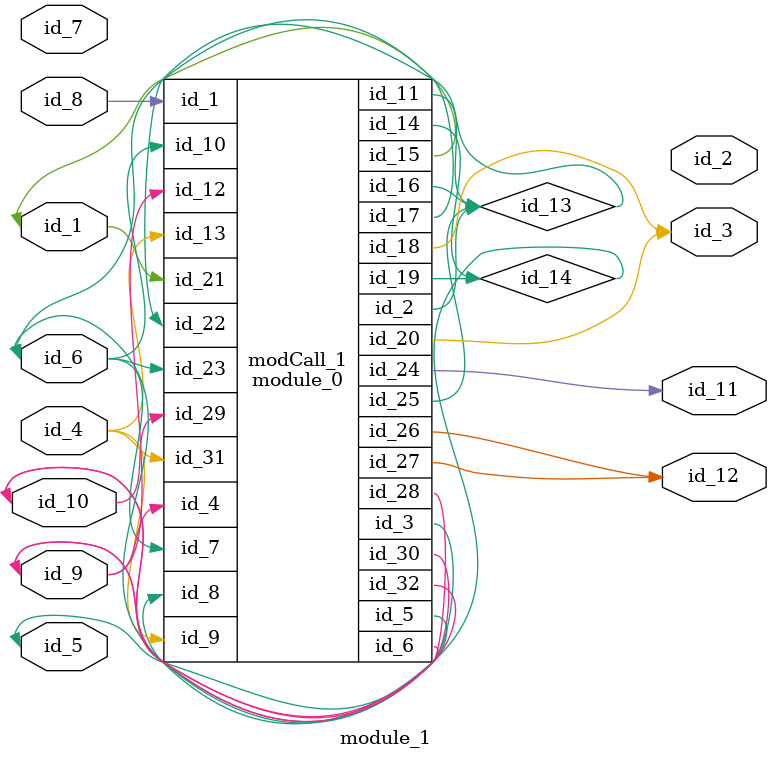
<source format=v>
module module_0 (
    id_1,
    id_2,
    id_3,
    id_4,
    id_5,
    id_6,
    id_7,
    id_8,
    id_9,
    id_10,
    id_11,
    id_12,
    id_13,
    id_14,
    id_15,
    id_16,
    id_17,
    id_18,
    id_19,
    id_20,
    id_21,
    id_22,
    id_23,
    id_24,
    id_25,
    id_26,
    id_27,
    id_28,
    id_29,
    id_30,
    id_31,
    id_32
);
  output wire id_32;
  input wire id_31;
  output wire id_30;
  input wire id_29;
  output wire id_28;
  output wire id_27;
  output wire id_26;
  inout wire id_25;
  output wire id_24;
  input wire id_23;
  input wire id_22;
  input wire id_21;
  output wire id_20;
  inout wire id_19;
  output wire id_18;
  output wire id_17;
  output wire id_16;
  inout wire id_15;
  output wire id_14;
  input wire id_13;
  input wire id_12;
  inout wire id_11;
  input wire id_10;
  input wire id_9;
  input wire id_8;
  input wire id_7;
  inout wire id_6;
  output wire id_5;
  input wire id_4;
  inout wire id_3;
  inout wire id_2;
  input wire id_1;
  assign id_24 = $realtime;
  wire id_33;
endmodule
module module_1 (
    id_1,
    id_2,
    id_3,
    id_4,
    id_5,
    id_6,
    id_7,
    id_8,
    id_9,
    id_10,
    id_11,
    id_12
);
  output wire id_12;
  output wire id_11;
  inout wire id_10;
  inout wire id_9;
  input wire id_8;
  input wire id_7;
  inout wire id_6;
  inout wire id_5;
  input wire id_4;
  output wire id_3;
  output wire id_2;
  inout wire id_1;
  wire id_13;
  wire id_14;
  module_0 modCall_1 (
      id_8,
      id_13,
      id_6,
      id_9,
      id_5,
      id_9,
      id_6,
      id_14,
      id_4,
      id_6,
      id_13,
      id_9,
      id_4,
      id_14,
      id_1,
      id_13,
      id_6,
      id_3,
      id_14,
      id_3,
      id_1,
      id_13,
      id_6,
      id_11,
      id_13,
      id_12,
      id_12,
      id_10,
      id_10,
      id_10,
      id_4,
      id_9
  );
endmodule

</source>
